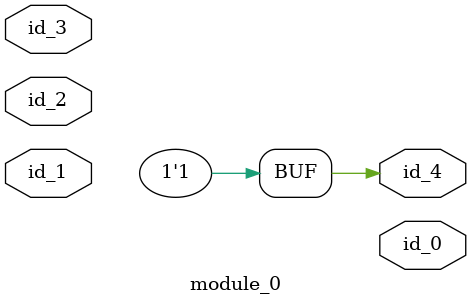
<source format=v>
`define pp_5 0
module module_0 (
    output id_0,
    input id_1,
    input id_2,
    input id_3,
    output reg id_4
);
  always @(id_2 or 1) begin
    id_4 <= 1;
  end
endmodule

</source>
